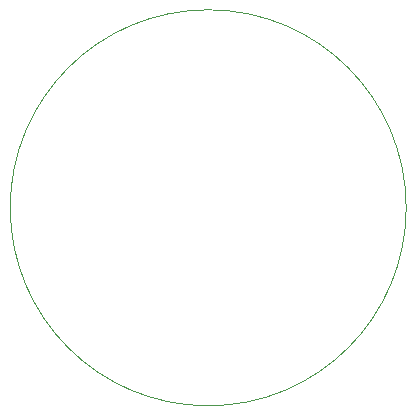
<source format=gbr>
%TF.GenerationSoftware,KiCad,Pcbnew,(5.1.10)-1*%
%TF.CreationDate,2021-07-05T16:14:48-04:00*%
%TF.ProjectId,button_mount,62757474-6f6e-45f6-9d6f-756e742e6b69,rev?*%
%TF.SameCoordinates,Original*%
%TF.FileFunction,Profile,NP*%
%FSLAX46Y46*%
G04 Gerber Fmt 4.6, Leading zero omitted, Abs format (unit mm)*
G04 Created by KiCad (PCBNEW (5.1.10)-1) date 2021-07-05 16:14:48*
%MOMM*%
%LPD*%
G01*
G04 APERTURE LIST*
%TA.AperFunction,Profile*%
%ADD10C,0.050000*%
%TD*%
G04 APERTURE END LIST*
D10*
X134620000Y-88900000D02*
G75*
G03*
X134620000Y-88900000I-16764000J0D01*
G01*
M02*

</source>
